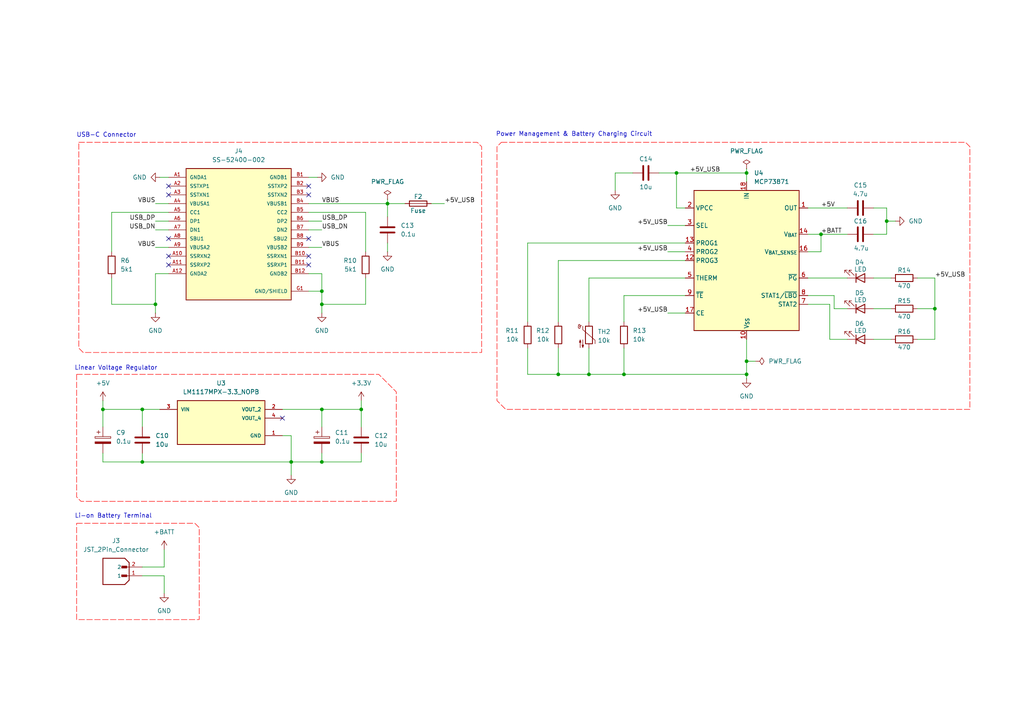
<source format=kicad_sch>
(kicad_sch (version 20250114) (generator "eeschema") (generator_version "9.0")
  (paper "A4")
  (title_block (title "ESP32 Based IoT Hardware-Power Supplies & Connections") (date "2025-10-30") (rev "Khoa Doan"))
  (lib_symbols
    (symbol "B2B-XH-A__LF__SN_:B2B-XH-A__LF__SN_" (pin_names (offset 1.016))
      (property "Reference" "J" (at -2.54 6.35 0))
      (property "Value" "B2B-XH-A__LF__SN_" (at -2.54 -5.08 0))
      (symbol "B2B-XH-A__LF__SN__0_0"
        (polyline (pts (xy -3.81 3.81) (xy -3.81 -1.27)) (stroke (width 0.254)))
        (polyline (pts (xy -3.81 3.81) (xy -2.54 5.08)) (stroke (width 0.254)))
        (polyline (pts (xy -3.81 -1.27) (xy -2.54 -2.54)) (stroke (width 0.254)))
        (rectangle (start -3.175 2.2225) (end -1.5875 2.8575) (stroke (width 0.1)) (fill (type outline)))
        (rectangle (start -3.175 -0.3175) (end -1.5875 0.3175) (stroke (width 0.1)) (fill (type outline)))
        (polyline (pts (xy -2.54 -2.54) (xy 3.81 -2.54)) (stroke (width 0.254)))
        (polyline (pts (xy 3.81 5.08) (xy -2.54 5.08)) (stroke (width 0.254)))
        (polyline (pts (xy 3.81 -2.54) (xy 3.81 5.08)) (stroke (width 0.254)))
        (pin passive line (at -7.62 2.54 0) (length 5.08) (name "1") (number "1"))
        (pin passive line (at -7.62 0 0) (length 5.08) (name "2") (number "2"))
      )
    )
    (symbol "Battery_Management:MCP73871"
      (property "Reference" "U" (at -7.62 24.13 0))
      (property "Value" "MCP73871" (at -15.24 21.59 0))
      (symbol "MCP73871_0_1"
        (rectangle (start -15.24 20.32) (end 15.24 -20.32) (stroke (width 0.254)) (fill (type background)))
      )
      (symbol "MCP73871_1_1"
        (pin input line (at -17.78 15.24 0) (length 2.54) (name "VPCC") (number "2"))
        (pin input line (at -17.78 10.16 0) (length 2.54) (name "SEL") (number "3"))
        (pin bidirectional line (at -17.78 5.08 0) (length 2.54) (name "PROG1") (number "13"))
        (pin input line (at -17.78 2.54 0) (length 2.54) (name "PROG2") (number "4"))
        (pin bidirectional line (at -17.78 0 0) (length 2.54) (name "PROG3") (number "12"))
        (pin bidirectional line (at -17.78 -5.08 0) (length 2.54) (name "THERM") (number "5"))
        (pin input line (at -17.78 -10.16 0) (length 2.54) (name "~{TE}") (number "9"))
        (pin input line (at -17.78 -15.24 0) (length 2.54) (name "CE") (number "17"))
        (pin power_in line (at 0 22.86 270) (length 2.54) (name "IN") (number "18"))
        (pin passive line (at 0 22.86 270) (length 2.54) (hide yes) (name "IN") (number "19"))
        (pin power_in line (at 0 -22.86 90) (length 2.54) (name "V_{SS}") (number "10"))
        (pin passive line (at 0 -22.86 90) (length 2.54) (hide yes) (name "V_{SS}") (number "11"))
        (pin passive line (at 0 -22.86 90) (length 2.54) (hide yes) (name "V_{SS}") (number "21"))
        (pin power_out line (at 17.78 15.24 180) (length 2.54) (name "OUT") (number "1"))
        (pin passive line (at 17.78 15.24 180) (length 2.54) (hide yes) (name "OUT") (number "20"))
        (pin power_out line (at 17.78 7.62 180) (length 2.54) (name "V_{BAT}") (number "14"))
        (pin passive line (at 17.78 7.62 180) (length 2.54) (hide yes) (name "V_{BAT}") (number "15"))
        (pin input line (at 17.78 2.54 180) (length 2.54) (name "V_{BAT_SENSE}") (number "16"))
        (pin open_collector line (at 17.78 -5.08 180) (length 2.54) (name "~{PG}") (number "6"))
        (pin open_collector line (at 17.78 -10.16 180) (length 2.54) (name "STAT1/~{LBO}") (number "8"))
        (pin open_collector line (at 17.78 -12.7 180) (length 2.54) (name "STAT2") (number "7"))
      )
    )
    (symbol "Device:C" (pin_numbers (hide yes)) (pin_names (offset 0.254))
      (property "Reference" "C" (at 0.635 2.54 0))
      (property "Value" "C" (at 0.635 -2.54 0))
      (symbol "C_0_1"
        (polyline (pts (xy -2.032 0.762) (xy 2.032 0.762)) (stroke (width 0.508)))
        (polyline (pts (xy -2.032 -0.762) (xy 2.032 -0.762)) (stroke (width 0.508)))
      )
      (symbol "C_1_1"
        (pin passive line (at 0 3.81 270) (length 2.794) (name "~") (number "1"))
        (pin passive line (at 0 -3.81 90) (length 2.794) (name "~") (number "2"))
      )
    )
    (symbol "Device:C_Polarized" (pin_numbers (hide yes)) (pin_names (offset 0.254))
      (property "Reference" "C" (at 0.635 2.54 0))
      (property "Value" "C_Polarized" (at 0.635 -2.54 0))
      (symbol "C_Polarized_0_1"
        (rectangle (start -2.286 0.508) (end 2.286 1.016))
        (polyline (pts (xy -1.778 2.286) (xy -0.762 2.286)))
        (polyline (pts (xy -1.27 2.794) (xy -1.27 1.778)))
        (rectangle (start 2.286 -0.508) (end -2.286 -1.016) (fill (type outline)))
      )
      (symbol "C_Polarized_1_1"
        (pin passive line (at 0 3.81 270) (length 2.794) (name "~") (number "1"))
        (pin passive line (at 0 -3.81 90) (length 2.794) (name "~") (number "2"))
      )
    )
    (symbol "Device:Fuse" (pin_numbers (hide yes)) (pin_names (offset 0))
      (property "Reference" "F" (at 2.032 0 90))
      (property "Value" "Fuse" (at -1.905 0 90))
      (symbol "Fuse_0_1"
        (rectangle (start -0.762 -2.54) (end 0.762 2.54) (stroke (width 0.254)))
        (polyline (pts (xy 0 2.54) (xy 0 -2.54)))
      )
      (symbol "Fuse_1_1"
        (pin passive line (at 0 3.81 270) (length 1.27) (name "~") (number "1"))
        (pin passive line (at 0 -3.81 90) (length 1.27) (name "~") (number "2"))
      )
    )
    (symbol "Device:LED" (pin_numbers (hide yes)) (pin_names (offset 1.016) (hide yes))
      (property "Reference" "D" (at 0 2.54 0))
      (property "Value" "LED" (at 0 -2.54 0))
      (symbol "LED_0_1"
        (polyline (pts (xy -3.048 -0.762) (xy -4.572 -2.286) (xy -3.81 -2.286) (xy -4.572 -2.286) (xy -4.572 -1.524)))
        (polyline (pts (xy -1.778 -0.762) (xy -3.302 -2.286) (xy -2.54 -2.286) (xy -3.302 -2.286) (xy -3.302 -1.524)))
        (polyline (pts (xy -1.27 0) (xy 1.27 0)))
        (polyline (pts (xy -1.27 -1.27) (xy -1.27 1.27)) (stroke (width 0.254)))
        (polyline (pts (xy 1.27 -1.27) (xy 1.27 1.27) (xy -1.27 0) (xy 1.27 -1.27)) (stroke (width 0.254)))
      )
      (symbol "LED_1_1"
        (pin passive line (at -3.81 0 0) (length 2.54) (name "K") (number "1"))
        (pin passive line (at 3.81 0 180) (length 2.54) (name "A") (number "2"))
      )
    )
    (symbol "Device:R" (pin_numbers (hide yes)) (pin_names (offset 0))
      (property "Reference" "R" (at 2.032 0 90))
      (property "Value" "R" (at 0 0 90))
      (symbol "R_0_1"
        (rectangle (start -1.016 -2.54) (end 1.016 2.54) (stroke (width 0.254)))
      )
      (symbol "R_1_1"
        (pin passive line (at 0 3.81 270) (length 1.27) (name "~") (number "1"))
        (pin passive line (at 0 -3.81 90) (length 1.27) (name "~") (number "2"))
      )
    )
    (symbol "Device:Thermistor_NTC" (pin_numbers (hide yes)) (pin_names (offset 0))
      (property "Reference" "TH" (at -4.445 0 90))
      (property "Value" "Thermistor_NTC" (at 3.175 0 90))
      (symbol "Thermistor_NTC_0_1"
        (arc (start -3.175 2.413) (mid -3.0506 2.3165) (end -3.048 2.159))
        (arc (start -3.048 2.794) (mid -2.9736 2.9736) (end -2.794 3.048))
        (arc (start -2.794 3.048) (mid -2.6144 2.9736) (end -2.54 2.794))
        (arc (start -2.794 2.54) (mid -2.9736 2.6144) (end -3.048 2.794))
        (arc (start -2.794 1.905) (mid -2.9736 1.9794) (end -3.048 2.159))
        (arc (start -2.54 2.159) (mid -2.6144 1.9794) (end -2.794 1.905))
        (arc (start -2.159 2.794) (mid -2.434 2.5608) (end -2.794 2.54))
        (polyline (pts (xy -2.54 2.159) (xy -2.54 2.794)))
        (polyline (pts (xy -2.54 -3.683) (xy -2.54 -1.397) (xy -2.794 -2.159) (xy -2.286 -2.159) (xy -2.54 -1.397) (xy -2.54 -1.651)) (fill (type outline)))
        (polyline (pts (xy -1.778 2.54) (xy -1.778 1.524) (xy 1.778 -1.524) (xy 1.778 -2.54)))
        (polyline (pts (xy -1.778 -1.397) (xy -1.778 -3.683) (xy -2.032 -2.921) (xy -1.524 -2.921) (xy -1.778 -3.683) (xy -1.778 -3.429)) (fill (type outline)))
        (rectangle (start -1.016 2.54) (end 1.016 -2.54) (stroke (width 0.254)))
      )
      (symbol "Thermistor_NTC_1_1"
        (pin passive line (at 0 3.81 270) (length 1.27) (name "~") (number "1"))
        (pin passive line (at 0 -3.81 90) (length 1.27) (name "~") (number "2"))
      )
    )
    (symbol "LM1117MPX-3V3:LM1117MPX-3.3_NOPB" (pin_names (offset 1.016))
      (property "Reference" "U1" (at 0 10.16 0))
      (property "Value" "LM1117MPX-3.3_NOPB" (at 0 7.62 0))
      (symbol "LM1117MPX-3.3_NOPB_0_0"
        (rectangle (start -12.7 -7.62) (end 12.7 5.08) (stroke (width 0.254)) (fill (type background)))
        (pin input line (at -17.78 2.54 0) (length 5.08) (name "VIN") (number "3"))
        (pin power_out line (at 17.78 2.54 180) (length 5.08) (name "VOUT_2") (number "2"))
        (pin power_out line (at 17.78 0 180) (length 5.08) (name "VOUT_4") (number "4"))
        (pin power_in line (at 17.78 -5.08 180) (length 5.08) (name "GND") (number "1"))
      )
    )
    (symbol "SS-52400-002:SS-52400-002" (pin_names (offset 1.016))
      (property "Reference" "J1" (at 0 22.86 0))
      (property "Value" "SS-52400-002" (at 0 20.32 0))
      (symbol "SS-52400-002_0_0"
        (rectangle (start -15.24 -20.32) (end 15.24 17.78) (stroke (width 0.254)) (fill (type background)))
        (pin power_in line (at -20.32 15.24 0) (length 5.08) (name "GNDA1") (number "A1"))
        (pin bidirectional line (at -20.32 12.7 0) (length 5.08) (name "SSTXP1") (number "A2"))
        (pin bidirectional line (at -20.32 10.16 0) (length 5.08) (name "SSTXN1") (number "A3"))
        (pin power_in line (at -20.32 7.62 0) (length 5.08) (name "VBUSA1") (number "A4"))
        (pin bidirectional line (at -20.32 5.08 0) (length 5.08) (name "CC1") (number "A5"))
        (pin bidirectional line (at -20.32 2.54 0) (length 5.08) (name "DP1") (number "A6"))
        (pin bidirectional line (at -20.32 0 0) (length 5.08) (name "DN1") (number "A7"))
        (pin bidirectional line (at -20.32 -2.54 0) (length 5.08) (name "SBU1") (number "A8"))
        (pin power_in line (at -20.32 -5.08 0) (length 5.08) (name "VBUSA2") (number "A9"))
        (pin bidirectional line (at -20.32 -7.62 0) (length 5.08) (name "SSRXN2") (number "A10"))
        (pin bidirectional line (at -20.32 -10.16 0) (length 5.08) (name "SSRXP2") (number "A11"))
        (pin power_in line (at -20.32 -12.7 0) (length 5.08) (name "GNDA2") (number "A12"))
        (pin power_in line (at 20.32 15.24 180) (length 5.08) (name "GNDB1") (number "B1"))
        (pin bidirectional line (at 20.32 12.7 180) (length 5.08) (name "SSTXP2") (number "B2"))
        (pin bidirectional line (at 20.32 10.16 180) (length 5.08) (name "SSTXN2") (number "B3"))
        (pin power_in line (at 20.32 7.62 180) (length 5.08) (name "VBUSB1") (number "B4"))
        (pin bidirectional line (at 20.32 5.08 180) (length 5.08) (name "CC2") (number "B5"))
        (pin bidirectional line (at 20.32 2.54 180) (length 5.08) (name "DP2") (number "B6"))
        (pin bidirectional line (at 20.32 0 180) (length 5.08) (name "DN2") (number "B7"))
        (pin bidirectional line (at 20.32 -2.54 180) (length 5.08) (name "SBU2") (number "B8"))
        (pin power_in line (at 20.32 -5.08 180) (length 5.08) (name "VBUSB2") (number "B9"))
        (pin bidirectional line (at 20.32 -7.62 180) (length 5.08) (name "SSRXN1") (number "B10"))
        (pin bidirectional line (at 20.32 -10.16 180) (length 5.08) (name "SSRXP1") (number "B11"))
        (pin power_in line (at 20.32 -12.7 180) (length 5.08) (name "GNDB2") (number "B12"))
        (pin power_in line (at 20.32 -17.78 180) (length 5.08) (name "GND/SHIELD") (number "G1"))
        (pin power_in line (at 20.32 -17.78 180) (length 5.08) (hide yes) (name "GND/SHIELD") (number "G2"))
        (pin power_in line (at 20.32 -17.78 180) (length 5.08) (hide yes) (name "GND/SHIELD") (number "G3"))
        (pin power_in line (at 20.32 -17.78 180) (length 5.08) (hide yes) (name "GND/SHIELD") (number "G4"))
        (pin power_in line (at 20.32 -17.78 180) (length 5.08) (hide yes) (name "GND/SHIELD") (number "S1"))
        (pin power_in line (at 20.32 -17.78 180) (length 5.08) (hide yes) (name "GND/SHIELD") (number "S2"))
        (pin power_in line (at 20.32 -17.78 180) (length 5.08) (hide yes) (name "GND/SHIELD") (number "S3"))
        (pin power_in line (at 20.32 -17.78 180) (length 5.08) (hide yes) (name "GND/SHIELD") (number "S4"))
      )
    )
    (symbol "power:+3.3V" (power) (pin_numbers (hide yes)) (pin_names (offset 0) (hide yes))
      (property "Value" "+3.3V" (at 0 3.556 0))
      (symbol "+3.3V_0_1"
        (polyline (pts (xy -0.762 1.27) (xy 0 2.54)))
        (polyline (pts (xy 0 2.54) (xy 0.762 1.27)))
        (polyline (pts (xy 0 0) (xy 0 2.54)))
      )
      (symbol "+3.3V_1_1"
        (pin power_in line (at 0 0 90) (length 0) (name "~") (number "1"))
      )
    )
    (symbol "power:+5V" (power) (pin_numbers (hide yes)) (pin_names (offset 0) (hide yes))
      (property "Value" "+5V" (at 0 3.556 0))
      (symbol "+5V_0_1"
        (polyline (pts (xy -0.762 1.27) (xy 0 2.54)))
        (polyline (pts (xy 0 2.54) (xy 0.762 1.27)))
        (polyline (pts (xy 0 0) (xy 0 2.54)))
      )
      (symbol "+5V_1_1"
        (pin power_in line (at 0 0 90) (length 0) (name "~") (number "1"))
      )
    )
    (symbol "power:+BATT" (power) (pin_numbers (hide yes)) (pin_names (offset 0) (hide yes))
      (property "Value" "+BATT" (at 0 3.556 0))
      (symbol "+BATT_0_1"
        (polyline (pts (xy -0.762 1.27) (xy 0 2.54)))
        (polyline (pts (xy 0 2.54) (xy 0.762 1.27)))
        (polyline (pts (xy 0 0) (xy 0 2.54)))
      )
      (symbol "+BATT_1_1"
        (pin power_in line (at 0 0 90) (length 0) (name "~") (number "1"))
      )
    )
    (symbol "power:GND" (power) (pin_numbers (hide yes)) (pin_names (offset 0) (hide yes))
      (property "Value" "GND" (at 0 -3.81 0))
      (symbol "GND_0_1"
        (polyline (pts (xy 0 0) (xy 0 -1.27) (xy 1.27 -1.27) (xy 0 -2.54) (xy -1.27 -1.27) (xy 0 -1.27)))
      )
      (symbol "GND_1_1"
        (pin power_in line (at 0 0 270) (length 0) (name "~") (number "1"))
      )
    )
    (symbol "power:PWR_FLAG" (power) (pin_numbers (hide yes)) (pin_names (offset 0) (hide yes))
      (property "Value" "PWR_FLAG" (at 0 3.81 0))
      (symbol "PWR_FLAG_0_0"
        (pin power_out line (at 0 0 90) (length 0) (name "~") (number "1"))
      )
      (symbol "PWR_FLAG_0_1"
        (polyline (pts (xy 0 0) (xy 0 1.27) (xy -1.016 1.905) (xy 0 2.54) (xy 1.016 1.905) (xy 0 1.27)))
      )
    )
  )
  (text "Li-on Battery Terminal" (at 32.893 149.733 0) (effects (font (size 1.27 1.27))))
  (text "Linear Voltage Regulator" (at 33.655 106.807 0) (effects (font (size 1.27 1.27))))
  (text "Power Management & Battery Charging Circuit" (at 166.497 38.989 0) (effects (font (size 1.27 1.27))))
  (text "USB-C Connector\n" (at 30.861 39.243 0) (effects (font (size 1.27 1.27))))
  (junction (at 216.535 50.165))
  (junction (at 41.275 118.745))
  (junction (at 180.975 108.585))
  (junction (at 271.145 89.535))
  (junction (at 93.345 133.985))
  (junction (at 257.175 64.135))
  (junction (at 196.215 50.165))
  (junction (at 216.535 108.585))
  (junction (at 238.125 67.945))
  (junction (at 104.775 118.745))
  (junction (at 93.345 84.455))
  (junction (at 216.535 104.775))
  (junction (at 45.085 88.265))
  (junction (at 170.815 108.585))
  (junction (at 84.455 133.985))
  (junction (at 161.925 108.585))
  (junction (at 93.345 88.265))
  (junction (at 41.275 133.985))
  (junction (at 93.345 118.745))
  (junction (at 29.845 118.745))
  (junction (at 112.395 59.055))
  (no_connect (at 48.895 53.975))
  (no_connect (at 89.535 56.515))
  (no_connect (at 89.535 74.295))
  (no_connect (at 89.535 76.835))
  (no_connect (at 48.895 76.835))
  (no_connect (at 48.895 69.215))
  (no_connect (at 89.535 53.975))
  (no_connect (at 81.915 121.285))
  (no_connect (at 89.535 69.215))
  (no_connect (at 48.895 74.295))
  (no_connect (at 48.895 56.515))
  (wire (pts (xy 93.345 131.445) (xy 93.345 133.985)))
  (wire (pts (xy 257.175 60.325) (xy 257.175 64.135)))
  (wire (pts (xy 29.845 118.745) (xy 29.845 123.825)))
  (wire (pts (xy 216.535 50.165) (xy 216.535 52.705)))
  (wire (pts (xy 198.755 85.725) (xy 180.975 85.725)))
  (wire (pts (xy 81.915 118.745) (xy 93.345 118.745)))
  (wire (pts (xy 170.815 108.585) (xy 180.975 108.585)))
  (wire (pts (xy 106.045 80.645) (xy 106.045 88.265)))
  (wire (pts (xy 47.625 167.005) (xy 47.625 172.085)))
  (wire (pts (xy 240.665 98.425) (xy 245.745 98.425)))
  (wire (pts (xy 93.345 66.675) (xy 89.535 66.675)))
  (wire (pts (xy 112.395 59.055) (xy 117.475 59.055)))
  (wire (pts (xy 45.085 88.265) (xy 45.085 90.805)))
  (wire (pts (xy 153.035 70.485) (xy 153.035 93.345)))
  (wire (pts (xy 104.775 133.985) (xy 104.775 131.445)))
  (wire (pts (xy 253.365 89.535) (xy 258.445 89.535)))
  (wire (pts (xy 216.535 48.895) (xy 216.535 50.165)))
  (wire (pts (xy 45.085 79.375) (xy 45.085 88.265)))
  (wire (pts (xy 234.315 80.645) (xy 245.745 80.645)))
  (wire (pts (xy 216.535 104.775) (xy 219.075 104.775)))
  (wire (pts (xy 84.455 126.365) (xy 84.455 133.985)))
  (wire (pts (xy 161.925 75.565) (xy 161.925 93.345)))
  (wire (pts (xy 253.365 60.325) (xy 257.175 60.325)))
  (wire (pts (xy 253.365 98.425) (xy 258.445 98.425)))
  (wire (pts (xy 29.845 116.205) (xy 29.845 118.745)))
  (wire (pts (xy 93.345 84.455) (xy 93.345 88.265)))
  (wire (pts (xy 216.535 108.585) (xy 216.535 109.855)))
  (wire (pts (xy 234.315 73.025) (xy 238.125 73.025)))
  (wire (pts (xy 153.035 70.485) (xy 198.755 70.485)))
  (wire (pts (xy 180.975 108.585) (xy 216.535 108.585)))
  (wire (pts (xy 193.675 73.025) (xy 198.755 73.025)))
  (wire (pts (xy 112.395 70.485) (xy 112.395 73.025)))
  (wire (pts (xy 45.085 71.755) (xy 48.895 71.755)))
  (wire (pts (xy 191.135 50.165) (xy 196.215 50.165)))
  (wire (pts (xy 161.925 108.585) (xy 170.815 108.585)))
  (wire (pts (xy 153.035 100.965) (xy 153.035 108.585)))
  (wire (pts (xy 45.085 66.675) (xy 48.895 66.675)))
  (wire (pts (xy 234.315 67.945) (xy 238.125 67.945)))
  (wire (pts (xy 45.085 59.055) (xy 48.895 59.055)))
  (wire (pts (xy 253.365 67.945) (xy 257.175 67.945)))
  (wire (pts (xy 170.815 100.965) (xy 170.815 108.585)))
  (wire (pts (xy 257.175 64.135) (xy 257.175 67.945)))
  (wire (pts (xy 178.435 50.165) (xy 183.515 50.165)))
  (wire (pts (xy 253.365 80.645) (xy 258.445 80.645)))
  (wire (pts (xy 112.395 57.785) (xy 112.395 59.055)))
  (wire (pts (xy 93.345 118.745) (xy 104.775 118.745)))
  (wire (pts (xy 41.275 131.445) (xy 41.275 133.985)))
  (wire (pts (xy 45.085 79.375) (xy 48.895 79.375)))
  (wire (pts (xy 170.815 80.645) (xy 170.815 93.345)))
  (wire (pts (xy 216.535 104.775) (xy 216.535 108.585)))
  (wire (pts (xy 104.775 116.205) (xy 104.775 118.745)))
  (wire (pts (xy 196.215 60.325) (xy 196.215 50.165)))
  (wire (pts (xy 47.625 159.385) (xy 47.625 164.465)))
  (wire (pts (xy 198.755 75.565) (xy 161.925 75.565)))
  (wire (pts (xy 89.535 51.435) (xy 92.075 51.435)))
  (wire (pts (xy 89.535 79.375) (xy 93.345 79.375)))
  (wire (pts (xy 89.535 61.595) (xy 106.045 61.595)))
  (wire (pts (xy 198.755 80.645) (xy 170.815 80.645)))
  (wire (pts (xy 81.915 126.365) (xy 84.455 126.365)))
  (wire (pts (xy 104.775 118.745) (xy 104.775 123.825)))
  (wire (pts (xy 41.275 133.985) (xy 84.455 133.985)))
  (wire (pts (xy 180.975 85.725) (xy 180.975 93.345)))
  (wire (pts (xy 238.125 67.945) (xy 238.125 73.025)))
  (wire (pts (xy 266.065 98.425) (xy 271.145 98.425)))
  (wire (pts (xy 266.065 80.645) (xy 271.145 80.645)))
  (wire (pts (xy 41.275 118.745) (xy 46.355 118.745)))
  (wire (pts (xy 93.345 133.985) (xy 104.775 133.985)))
  (wire (pts (xy 45.085 64.135) (xy 48.895 64.135)))
  (wire (pts (xy 238.125 67.945) (xy 245.745 67.945)))
  (wire (pts (xy 234.315 60.325) (xy 245.745 60.325)))
  (wire (pts (xy 93.345 123.825) (xy 93.345 118.745)))
  (wire (pts (xy 48.895 61.595) (xy 32.385 61.595)))
  (wire (pts (xy 41.275 167.005) (xy 47.625 167.005)))
  (wire (pts (xy 271.145 80.645) (xy 271.145 89.535)))
  (wire (pts (xy 41.275 118.745) (xy 41.275 123.825)))
  (wire (pts (xy 125.095 59.055) (xy 128.905 59.055)))
  (wire (pts (xy 93.345 71.755) (xy 89.535 71.755)))
  (wire (pts (xy 93.345 64.135) (xy 89.535 64.135)))
  (wire (pts (xy 89.535 84.455) (xy 93.345 84.455)))
  (wire (pts (xy 178.435 50.165) (xy 178.435 55.245)))
  (wire (pts (xy 32.385 80.645) (xy 32.385 88.265)))
  (wire (pts (xy 84.455 133.985) (xy 93.345 133.985)))
  (wire (pts (xy 180.975 100.965) (xy 180.975 108.585)))
  (wire (pts (xy 153.035 108.585) (xy 161.925 108.585)))
  (wire (pts (xy 89.535 59.055) (xy 112.395 59.055)))
  (wire (pts (xy 29.845 131.445) (xy 29.845 133.985)))
  (wire (pts (xy 198.755 60.325) (xy 196.215 60.325)))
  (wire (pts (xy 216.535 98.425) (xy 216.535 104.775)))
  (wire (pts (xy 29.845 118.745) (xy 41.275 118.745)))
  (wire (pts (xy 234.315 88.265) (xy 240.665 88.265)))
  (wire (pts (xy 193.675 65.405) (xy 198.755 65.405)))
  (wire (pts (xy 161.925 100.965) (xy 161.925 108.585)))
  (wire (pts (xy 32.385 88.265) (xy 45.085 88.265)))
  (wire (pts (xy 241.935 85.725) (xy 241.935 89.535)))
  (wire (pts (xy 48.895 51.435) (xy 46.355 51.435)))
  (wire (pts (xy 93.345 88.265) (xy 106.045 88.265)))
  (wire (pts (xy 240.665 88.265) (xy 240.665 98.425)))
  (wire (pts (xy 93.345 79.375) (xy 93.345 84.455)))
  (wire (pts (xy 196.215 50.165) (xy 216.535 50.165)))
  (wire (pts (xy 257.175 64.135) (xy 259.715 64.135)))
  (wire (pts (xy 234.315 85.725) (xy 241.935 85.725)))
  (wire (pts (xy 84.455 133.985) (xy 84.455 137.795)))
  (wire (pts (xy 271.145 89.535) (xy 271.145 98.425)))
  (wire (pts (xy 93.345 88.265) (xy 93.345 90.805)))
  (wire (pts (xy 193.675 90.805) (xy 198.755 90.805)))
  (wire (pts (xy 266.065 89.535) (xy 271.145 89.535)))
  (wire (pts (xy 32.385 61.595) (xy 32.385 73.025)))
  (wire (pts (xy 106.045 61.595) (xy 106.045 73.025)))
  (wire (pts (xy 112.395 59.055) (xy 112.395 62.865)))
  (wire (pts (xy 41.275 164.465) (xy 47.625 164.465)))
  (wire (pts (xy 29.845 133.985) (xy 41.275 133.985)))
  (wire (pts (xy 241.935 89.535) (xy 245.745 89.535)))
  (label "USB_DP" (at 45.085 64.135 180))
  (label "+5V_USB" (at 271.145 80.645 0))
  (label "VBUS" (at 93.345 59.055 0))
  (label "VBUS" (at 45.085 71.755 180))
  (label "USB_DP" (at 93.345 64.135 0))
  (label "VBUS" (at 93.345 71.755 0))
  (label "+5V_USB" (at 193.675 90.805 180))
  (label "USB_DN" (at 93.345 66.675 0))
  (label "+5V" (at 238.125 60.325 0))
  (label "USB_DN" (at 45.085 66.675 180))
  (label "VBUS" (at 45.085 59.055 180))
  (label "+BATT" (at 238.125 67.945 0))
  (label "+5V_USB" (at 193.675 73.025 180))
  (label "+5V_USB" (at 208.915 50.165 180))
  (label "+5V_USB" (at 128.905 59.055 0))
  (label "+5V_USB" (at 193.675 65.405 180))
  (rule_area (polyline (pts (xy 22.225 151.765) (xy 56.515 151.765) (xy 57.785 153.035) (xy 57.785 179.705) (xy 22.225 179.705)) (stroke (width 0) (type dash))))
  (rule_area (polyline (pts (xy 22.225 108.585) (xy 109.855 108.585) (xy 114.935 113.665) (xy 114.935 145.415) (xy 23.495 145.415) (xy 22.225 144.145)) (stroke (width 0) (type dash))))
  (rule_area (polyline (pts (xy 145.415 41.275) (xy 280.035 41.275) (xy 281.305 42.545) (xy 281.305 118.745) (xy 146.685 118.745) (xy 144.145 116.205) (xy 144.145 42.545)) (stroke (width 0) (type dash))))
  (rule_area (polyline (pts (xy 22.86 41.275) (xy 138.43 41.275) (xy 139.7 42.545) (xy 139.7 102.235) (xy 24.13 102.235) (xy 22.86 100.965)) (stroke (width 0) (type dash))))
  (symbol (lib_id "power:GND") (at 112.395 73.025 0) (unit 1)
    (property "Reference" "#PWR023" (effects (hide yes)))
    (property "Value" "GND" (at 112.395 78.105 0))
    (property "Description" "Power symbol creates a global label with name \"GND\" , ground" (effects (hide yes)))
  )
  (symbol (lib_id "power:PWR_FLAG") (at 112.395 57.785 0) (unit 1)
    (property "Reference" "#FLG03" (effects (hide yes)))
    (property "Value" "PWR_FLAG" (at 112.395 52.705 0))
    (property "Description" "Special symbol for telling ERC where power comes from" (effects (hide yes)))
  )
  (symbol (lib_id "Device:LED") (at 249.555 98.425 0) (mirror x) (unit 1)
    (property "Reference" "D6" (at 249.301 93.853 0))
    (property "Value" "LED" (at 249.555 95.885 0))
    (property "Description" "Light emitting diode" (effects (hide yes)))
    (property "Sim.Pins" "1=K 2=A" (effects (hide yes)))
  )
  (symbol (lib_id "LM1117MPX-3V3:LM1117MPX-3.3_NOPB") (at 64.135 121.285 0) (unit 1)
    (property "Reference" "U3" (at 64.135 111.125 0))
    (property "Value" "LM1117MPX-3.3_NOPB" (at 64.135 113.665 0))
    (property "Footprint" "LM1117-3V3:VREG_LM1117MPX-3.3_NOPB" (effects (hide yes)))
    (property "MF" "Texas Instruments" (effects (hide yes)))
    (property "MAXIMUM_PACKAGE_HEIGHT" "1.80 mm" (effects (hide yes)))
    (property "Package" "SOT-223-4 Texas Instruments" (effects (hide yes)))
    (property "Price" "None" (effects (hide yes)))
    (property "Check_prices" "https://www.snapeda.com/parts/LM1117MPX-3.3/NOPB/Texas+Instruments/view-part/?ref=eda" (effects (hide yes)))
    (property "STANDARD" "Manufacturer Recommendation" (effects (hide yes)))
    (property "PARTREV" "O" (effects (hide yes)))
    (property "SnapEDA_Link" "https://www.snapeda.com/parts/LM1117MPX-3.3/NOPB/Texas+Instruments/view-part/?ref=snap" (effects (hide yes)))
    (property "MP" "LM1117MPX-3.3/NOPB" (effects (hide yes)))
    (property "Description_1" "800-mA 15-V linear voltage regulator" (effects (hide yes)))
    (property "Availability" "In Stock" (effects (hide yes)))
    (property "MANUFACTURER" "Texas Instruments" (effects (hide yes)))
  )
  (symbol (lib_id "Device:R") (at 161.925 97.155 0) (mirror y) (unit 1)
    (property "Reference" "R12" (at 159.385 95.8849 0) (effects (justify left)))
    (property "Value" "10k" (at 159.385 98.4249 0) (effects (justify left)))
    (property "Description" "Resistor" (effects (hide yes)))
  )
  (symbol (lib_id "Device:C") (at 112.395 66.675 0) (unit 1)
    (property "Reference" "C13" (at 116.205 65.4049 0) (effects (justify left)))
    (property "Value" "0.1u" (at 116.205 67.9449 0) (effects (justify left)))
    (property "Description" "Unpolarized capacitor" (effects (hide yes)))
  )
  (symbol (lib_id "power:PWR_FLAG") (at 216.535 48.895 0) (unit 1)
    (property "Reference" "#FLG05" (effects (hide yes)))
    (property "Value" "PWR_FLAG" (at 216.535 43.815 0))
    (property "Description" "Special symbol for telling ERC where power comes from" (effects (hide yes)))
  )
  (symbol (lib_id "power:GND") (at 92.075 51.435 90) (unit 1)
    (property "Reference" "#PWR020" (effects (hide yes)))
    (property "Value" "GND" (at 95.885 51.4349 90) (effects (justify right)))
    (property "Description" "Power symbol creates a global label with name \"GND\" , ground" (effects (hide yes)))
  )
  (symbol (lib_id "power:+3.3V") (at 104.775 116.205 0) (unit 1)
    (property "Reference" "#PWR022" (effects (hide yes)))
    (property "Value" "+3.3V" (at 104.775 111.125 0))
    (property "Description" "Power symbol creates a global label with name \"+3.3V\"" (effects (hide yes)))
  )
  (symbol (lib_id "Device:C_Polarized") (at 29.845 127.635 0) (unit 1)
    (property "Reference" "C9" (at 33.655 125.4759 0) (effects (justify left)))
    (property "Value" "0.1u" (at 33.655 128.0159 0) (effects (justify left)))
    (property "Description" "Polarized capacitor" (effects (hide yes)))
  )
  (symbol (lib_id "Device:LED") (at 249.555 80.645 0) (mirror x) (unit 1)
    (property "Reference" "D4" (at 249.301 76.073 0))
    (property "Value" "LED" (at 249.555 78.105 0))
    (property "Description" "Light emitting diode" (effects (hide yes)))
    (property "Sim.Pins" "1=K 2=A" (effects (hide yes)))
  )
  (symbol (lib_id "power:+5V") (at 29.845 116.205 0) (unit 1)
    (property "Reference" "#PWR012" (effects (hide yes)))
    (property "Value" "+5V" (at 29.845 111.125 0))
    (property "Description" "Power symbol creates a global label with name \"+5V\"" (effects (hide yes)))
  )
  (symbol (lib_id "power:+BATT") (at 47.625 159.385 0) (unit 1)
    (property "Reference" "#PWR017" (effects (hide yes)))
    (property "Value" "+BATT" (at 47.625 154.305 0))
    (property "Description" "Power symbol creates a global label with name \"+BATT\"" (effects (hide yes)))
  )
  (symbol (lib_id "Device:R") (at 106.045 76.835 0) (mirror y) (unit 1)
    (property "Reference" "R10" (at 103.505 75.5649 0) (effects (justify left)))
    (property "Value" "5k1" (at 103.505 78.1049 0) (effects (justify left)))
    (property "Description" "Resistor" (effects (hide yes)))
  )
  (symbol (lib_id "power:GND") (at 93.345 90.805 0) (unit 1)
    (property "Reference" "#PWR021" (effects (hide yes)))
    (property "Value" "GND" (at 93.345 95.885 0))
    (property "Description" "Power symbol creates a global label with name \"GND\" , ground" (effects (hide yes)))
  )
  (symbol (lib_id "Device:R") (at 262.255 89.535 90) (unit 1)
    (property "Reference" "R15" (at 262.255 87.249 90))
    (property "Value" "470" (at 262.255 91.821 90))
    (property "Description" "Resistor" (effects (hide yes)))
  )
  (symbol (lib_id "Device:Thermistor_NTC") (at 170.815 97.155 0) (unit 1)
    (property "Reference" "TH2" (at 173.355 96.2024 0) (effects (justify left)))
    (property "Value" "10k" (at 173.355 98.7424 0) (effects (justify left)))
    (property "Description" "Temperature dependent resistor, negative temperature coefficient" (effects (hide yes)))
  )
  (symbol (lib_id "power:GND") (at 47.625 172.085 0) (unit 1)
    (property "Reference" "#PWR018" (effects (hide yes)))
    (property "Value" "GND" (at 47.625 177.165 0))
    (property "Description" "Power symbol creates a global label with name \"GND\" , ground" (effects (hide yes)))
  )
  (symbol (lib_id "power:GND") (at 84.455 137.795 0) (unit 1)
    (property "Reference" "#PWR019" (effects (hide yes)))
    (property "Value" "GND" (at 84.455 142.875 0))
    (property "Description" "Power symbol creates a global label with name \"GND\" , ground" (effects (hide yes)))
  )
  (symbol (lib_id "Device:R") (at 32.385 76.835 0) (unit 1)
    (property "Reference" "R6" (at 34.925 75.5649 0) (effects (justify left)))
    (property "Value" "5k1" (at 34.925 78.1049 0) (effects (justify left)))
    (property "Description" "Resistor" (effects (hide yes)))
  )
  (symbol (lib_id "power:GND") (at 259.715 64.135 90) (unit 1)
    (property "Reference" "#PWR026" (effects (hide yes)))
    (property "Value" "GND" (at 263.525 64.1349 90) (effects (justify right)))
    (property "Description" "Power symbol creates a global label with name \"GND\" , ground" (effects (hide yes)))
  )
  (symbol (lib_id "Device:C") (at 104.775 127.635 0) (unit 1)
    (property "Reference" "C12" (at 108.585 126.3649 0) (effects (justify left)))
    (property "Value" "10u" (at 108.585 128.9049 0) (effects (justify left)))
    (property "Description" "Unpolarized capacitor" (effects (hide yes)))
  )
  (symbol (lib_id "power:GND") (at 45.085 90.805 0) (unit 1)
    (property "Reference" "#PWR015" (effects (hide yes)))
    (property "Value" "GND" (at 45.085 95.885 0))
    (property "Description" "Power symbol creates a global label with name \"GND\" , ground" (effects (hide yes)))
  )
  (symbol (lib_id "SS-52400-002:SS-52400-002") (at 69.215 66.675 0) (unit 1)
    (property "Reference" "J4" (at 69.215 43.815 0))
    (property "Value" "SS-52400-002" (at 69.215 46.355 0))
    (property "Footprint" "SS-52400-002:BELFUSE_SS-52400-002" (effects (hide yes)))
    (property "MF" "Stewart Connector" (effects (hide yes)))
    (property "MAXIMUM_PACKAGE_HEIGHT" "2.96 mm" (effects (hide yes)))
    (property "Package" "None" (effects (hide yes)))
    (property "Price" "None" (effects (hide yes)))
    (property "Check_prices" "https://www.snapeda.com/parts/SS-52400-002/Stewart+Connector/view-part/?ref=eda" (effects (hide yes)))
    (property "STANDARD" "Manufacturer Recommendations" (effects (hide yes)))
    (property "PARTREV" "A0" (effects (hide yes)))
    (property "SnapEDA_Link" "https://www.snapeda.com/parts/SS-52400-002/Stewart+Connector/view-part/?ref=snap" (effects (hide yes)))
    (property "MP" "SS-52400-002" (effects (hide yes)))
    (property "Description_1" "USB Type-C Connector | USB 3.1 | 1 Port | Right Angle Receptacle | Shielded | 0.039 in (1.00mm) PCB Thickness" (effects (hide yes)))
    (property "Availability" "In Stock" (effects (hide yes)))
    (property "MANUFACTURER" "BelFuse" (effects (hide yes)))
  )
  (symbol (lib_id "Device:C") (at 249.555 60.325 90) (unit 1)
    (property "Reference" "C15" (at 249.555 53.721 90))
    (property "Value" "4.7u" (at 249.555 56.261 90))
    (property "Description" "Unpolarized capacitor" (effects (hide yes)))
  )
  (symbol (lib_id "Device:C") (at 41.275 127.635 0) (unit 1)
    (property "Reference" "C10" (at 45.085 126.3649 0) (effects (justify left)))
    (property "Value" "10u" (at 45.085 128.9049 0) (effects (justify left)))
    (property "Description" "Unpolarized capacitor" (effects (hide yes)))
  )
  (symbol (lib_id "power:PWR_FLAG") (at 219.075 104.775 270) (unit 1)
    (property "Reference" "#FLG06" (effects (hide yes)))
    (property "Value" "PWR_FLAG" (at 222.885 104.7749 90) (effects (justify left)))
    (property "Description" "Special symbol for telling ERC where power comes from" (effects (hide yes)))
  )
  (symbol (lib_id "Device:C") (at 249.555 67.945 90) (unit 1)
    (property "Reference" "C16" (at 249.555 64.135 90))
    (property "Value" "4.7u" (at 249.809 72.009 90))
    (property "Description" "Unpolarized capacitor" (effects (hide yes)))
  )
  (symbol (lib_id "power:GND") (at 46.355 51.435 270) (unit 1)
    (property "Reference" "#PWR016" (effects (hide yes)))
    (property "Value" "GND" (at 42.545 51.4351 90) (effects (justify right)))
    (property "Description" "Power symbol creates a global label with name \"GND\" , ground" (effects (hide yes)))
  )
  (symbol (lib_id "Battery_Management:MCP73871") (at 216.535 75.565 0) (unit 1)
    (property "Reference" "U4" (at 218.6783 50.165 0) (effects (justify left)))
    (property "Value" "MCP73871" (at 218.6783 52.705 0) (effects (justify left)))
    (property "Footprint" "Package_DFN_QFN:QFN-20-1EP_4x4mm_P0.5mm_EP2.5x2.5mm" (effects (hide yes)))
    (property "Datasheet" "http://www.mouser.com/ds/2/268/22090a-52174.pdf" (effects (hide yes)))
    (property "Description" "Single cell, Li-Ion/Li-Po charge management controller" (effects (hide yes)))
  )
  (symbol (lib_id "Device:C_Polarized") (at 93.345 127.635 0) (unit 1)
    (property "Reference" "C11" (at 97.155 125.4759 0) (effects (justify left)))
    (property "Value" "0.1u" (at 97.155 128.0159 0) (effects (justify left)))
    (property "Description" "Polarized capacitor" (effects (hide yes)))
  )
  (symbol (lib_id "B2B-XH-A__LF__SN_:B2B-XH-A__LF__SN_") (at 33.655 164.465 180) (unit 1)
    (property "Reference" "J3" (at 33.655 156.845 0))
    (property "Value" "JST_2Pin_Connector" (at 33.655 159.385 0))
    (property "Footprint" "B2B-XH-A__LF__SN_:JST_B2B-XH-A__LF__SN_" (effects (hide yes)))
    (property "MF" "JST Sales" (effects (hide yes)))
    (property "MAXIMUM_PACKAGE_HEIGHT" "7 mm" (effects (hide yes)))
    (property "Package" "None" (effects (hide yes)))
    (property "Price" "None" (effects (hide yes)))
    (property "Check_prices" "https://www.snapeda.com/parts/B2B-XH-A%20(LF)(SN)/JST/view-part/?ref=eda" (effects (hide yes)))
    (property "STANDARD" "Manufacturer Recommendations" (effects (hide yes)))
    (property "PARTREV" "N/A" (effects (hide yes)))
    (property "SnapEDA_Link" "https://www.snapeda.com/parts/B2B-XH-A%20(LF)(SN)/JST/view-part/?ref=snap" (effects (hide yes)))
    (property "MP" "B2B-XH-A (LF)(SN)" (effects (hide yes)))
    (property "Description_1" "Connector Header Through Hole 2 position 0.098 (2.50mm)" (effects (hide yes)))
    (property "MANUFACTURER" "JST Sales America Inc." (effects (hide yes)))
    (property "Availability" "In Stock" (effects (hide yes)))
    (property "SNAPEDA_PN" "B2B-XH-A (LF)(SN)" (effects (hide yes)))
  )
  (symbol (lib_id "Device:R") (at 153.035 97.155 0) (mirror y) (unit 1)
    (property "Reference" "R11" (at 150.495 95.8849 0) (effects (justify left)))
    (property "Value" "10k" (at 150.495 98.4249 0) (effects (justify left)))
    (property "Description" "Resistor" (effects (hide yes)))
  )
  (symbol (lib_id "power:GND") (at 216.535 109.855 0) (unit 1)
    (property "Reference" "#PWR025" (effects (hide yes)))
    (property "Value" "GND" (at 216.535 114.935 0))
    (property "Description" "Power symbol creates a global label with name \"GND\" , ground" (effects (hide yes)))
  )
  (symbol (lib_id "Device:R") (at 262.255 98.425 90) (unit 1)
    (property "Reference" "R16" (at 262.255 96.139 90))
    (property "Value" "470" (at 262.255 100.711 90))
    (property "Description" "Resistor" (effects (hide yes)))
  )
  (symbol (lib_id "power:GND") (at 178.435 55.245 0) (unit 1)
    (property "Reference" "#PWR024" (effects (hide yes)))
    (property "Value" "GND" (at 178.435 60.325 0))
    (property "Description" "Power symbol creates a global label with name \"GND\" , ground" (effects (hide yes)))
  )
  (symbol (lib_id "Device:C") (at 187.325 50.165 270) (unit 1)
    (property "Reference" "C14" (at 187.325 46.101 90))
    (property "Value" "10u" (at 187.325 54.229 90))
    (property "Description" "Unpolarized capacitor" (effects (hide yes)))
  )
  (symbol (lib_id "Device:Fuse") (at 121.285 59.055 90) (unit 1)
    (property "Reference" "F2" (at 121.285 57.023 90))
    (property "Value" "Fuse" (at 121.285 61.087 90))
    (property "Footprint" "Fuse:Fuse_BelFuse_0ZRE0005FF_L8.3mm_W3.8mm" (effects (hide yes)))
    (property "Description" "Fuse" (effects (hide yes)))
  )
  (symbol (lib_id "Device:R") (at 262.255 80.645 90) (unit 1)
    (property "Reference" "R14" (at 262.255 78.359 90))
    (property "Value" "470" (at 262.255 82.931 90))
    (property "Description" "Resistor" (effects (hide yes)))
  )
  (symbol (lib_id "Device:LED") (at 249.555 89.535 0) (mirror x) (unit 1)
    (property "Reference" "D5" (at 249.301 84.963 0))
    (property "Value" "LED" (at 249.555 86.995 0))
    (property "Description" "Light emitting diode" (effects (hide yes)))
    (property "Sim.Pins" "1=K 2=A" (effects (hide yes)))
  )
  (symbol (lib_id "Device:R") (at 180.975 97.155 0) (unit 1)
    (property "Reference" "R13" (at 183.515 95.8849 0) (effects (justify left)))
    (property "Value" "10k" (at 183.515 98.4249 0) (effects (justify left)))
    (property "Description" "Resistor" (effects (hide yes)))
  )
)
</source>
